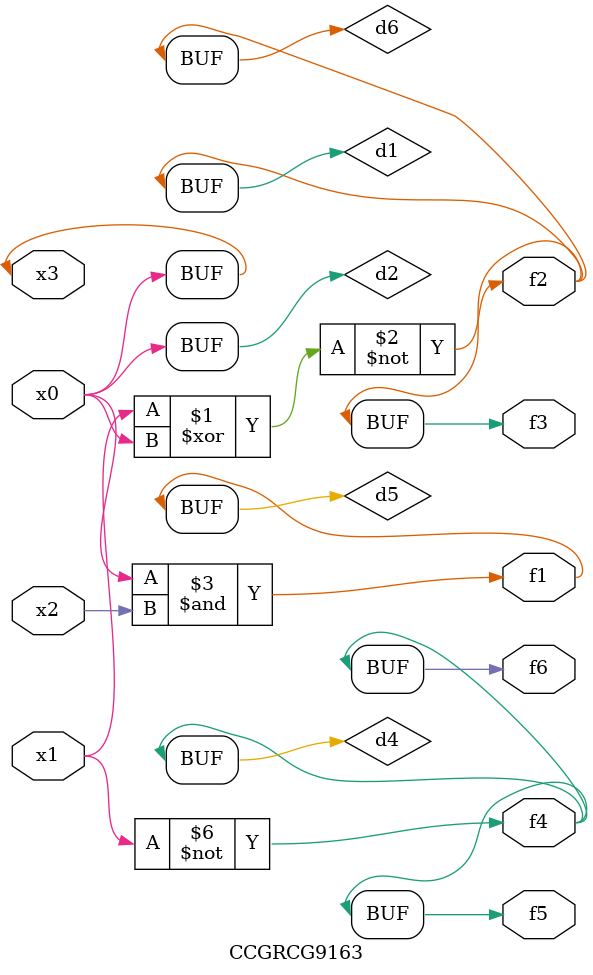
<source format=v>
module CCGRCG9163(
	input x0, x1, x2, x3,
	output f1, f2, f3, f4, f5, f6
);

	wire d1, d2, d3, d4, d5, d6;

	xnor (d1, x1, x3);
	buf (d2, x0, x3);
	nand (d3, x0, x2);
	not (d4, x1);
	nand (d5, d3);
	or (d6, d1);
	assign f1 = d5;
	assign f2 = d6;
	assign f3 = d6;
	assign f4 = d4;
	assign f5 = d4;
	assign f6 = d4;
endmodule

</source>
